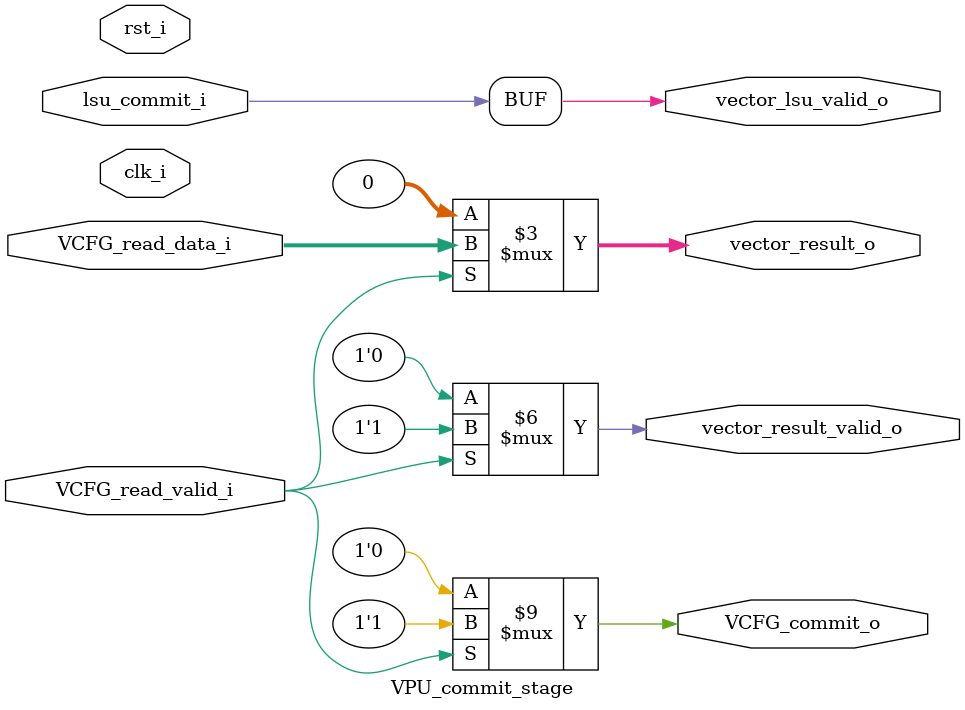
<source format=sv>
module VPU_commit_stage (
    input  logic        clk_i,
    input  logic        rst_i,

    // from VCFG unit
    input  logic        VCFG_read_valid_i,
    input  logic [31:0] VCFG_read_data_i,
    output logic        VCFG_commit_o,

    // from EXE
    input  logic        lsu_commit_i,

    // writeback to CPU
    output logic        vector_lsu_valid_o,
    output logic        vector_result_valid_o,
    output logic [31:0] vector_result_o
);

    // --------------------------------------------
    //              Signal Declaration             
    // --------------------------------------------

    // --------------------------------------------
    //           VPU <-> CPU commit logic          
    // --------------------------------------------
    always_comb begin
        VCFG_commit_o         = 1'b0;
        vector_result_valid_o = 1'b0;
        vector_result_o       = 32'd0;

        if (VCFG_read_valid_i) begin
            VCFG_commit_o         = 1'b1;
            vector_result_valid_o = 1'b1;
            vector_result_o       = VCFG_read_data_i;
        end
    end

    // --------------------------------------------
    //          VPU internal commit logic          
    // --------------------------------------------
    assign vector_lsu_valid_o = lsu_commit_i;

endmodule
</source>
